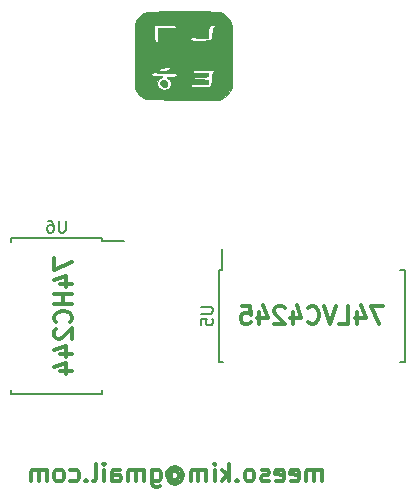
<source format=gbr>
G04 #@! TF.FileFunction,Legend,Bot*
%FSLAX46Y46*%
G04 Gerber Fmt 4.6, Leading zero omitted, Abs format (unit mm)*
G04 Created by KiCad (PCBNEW 4.0.7) date 11/14/18 02:16:29*
%MOMM*%
%LPD*%
G01*
G04 APERTURE LIST*
%ADD10C,0.100000*%
%ADD11C,0.300000*%
%ADD12C,0.150000*%
%ADD13C,0.010000*%
G04 APERTURE END LIST*
D10*
D11*
X162145714Y-104183571D02*
X162145714Y-103183571D01*
X162145714Y-103326429D02*
X162074286Y-103255000D01*
X161931428Y-103183571D01*
X161717143Y-103183571D01*
X161574286Y-103255000D01*
X161502857Y-103397857D01*
X161502857Y-104183571D01*
X161502857Y-103397857D02*
X161431428Y-103255000D01*
X161288571Y-103183571D01*
X161074286Y-103183571D01*
X160931428Y-103255000D01*
X160860000Y-103397857D01*
X160860000Y-104183571D01*
X159574286Y-104112143D02*
X159717143Y-104183571D01*
X160002857Y-104183571D01*
X160145714Y-104112143D01*
X160217143Y-103969286D01*
X160217143Y-103397857D01*
X160145714Y-103255000D01*
X160002857Y-103183571D01*
X159717143Y-103183571D01*
X159574286Y-103255000D01*
X159502857Y-103397857D01*
X159502857Y-103540714D01*
X160217143Y-103683571D01*
X158288572Y-104112143D02*
X158431429Y-104183571D01*
X158717143Y-104183571D01*
X158860000Y-104112143D01*
X158931429Y-103969286D01*
X158931429Y-103397857D01*
X158860000Y-103255000D01*
X158717143Y-103183571D01*
X158431429Y-103183571D01*
X158288572Y-103255000D01*
X158217143Y-103397857D01*
X158217143Y-103540714D01*
X158931429Y-103683571D01*
X157645715Y-104112143D02*
X157502858Y-104183571D01*
X157217143Y-104183571D01*
X157074286Y-104112143D01*
X157002858Y-103969286D01*
X157002858Y-103897857D01*
X157074286Y-103755000D01*
X157217143Y-103683571D01*
X157431429Y-103683571D01*
X157574286Y-103612143D01*
X157645715Y-103469286D01*
X157645715Y-103397857D01*
X157574286Y-103255000D01*
X157431429Y-103183571D01*
X157217143Y-103183571D01*
X157074286Y-103255000D01*
X156145714Y-104183571D02*
X156288572Y-104112143D01*
X156360000Y-104040714D01*
X156431429Y-103897857D01*
X156431429Y-103469286D01*
X156360000Y-103326429D01*
X156288572Y-103255000D01*
X156145714Y-103183571D01*
X155931429Y-103183571D01*
X155788572Y-103255000D01*
X155717143Y-103326429D01*
X155645714Y-103469286D01*
X155645714Y-103897857D01*
X155717143Y-104040714D01*
X155788572Y-104112143D01*
X155931429Y-104183571D01*
X156145714Y-104183571D01*
X155002857Y-104040714D02*
X154931429Y-104112143D01*
X155002857Y-104183571D01*
X155074286Y-104112143D01*
X155002857Y-104040714D01*
X155002857Y-104183571D01*
X154288571Y-104183571D02*
X154288571Y-102683571D01*
X154145714Y-103612143D02*
X153717143Y-104183571D01*
X153717143Y-103183571D02*
X154288571Y-103755000D01*
X153074285Y-104183571D02*
X153074285Y-103183571D01*
X153074285Y-102683571D02*
X153145714Y-102755000D01*
X153074285Y-102826429D01*
X153002857Y-102755000D01*
X153074285Y-102683571D01*
X153074285Y-102826429D01*
X152359999Y-104183571D02*
X152359999Y-103183571D01*
X152359999Y-103326429D02*
X152288571Y-103255000D01*
X152145713Y-103183571D01*
X151931428Y-103183571D01*
X151788571Y-103255000D01*
X151717142Y-103397857D01*
X151717142Y-104183571D01*
X151717142Y-103397857D02*
X151645713Y-103255000D01*
X151502856Y-103183571D01*
X151288571Y-103183571D01*
X151145713Y-103255000D01*
X151074285Y-103397857D01*
X151074285Y-104183571D01*
X149431428Y-103469286D02*
X149502856Y-103397857D01*
X149645713Y-103326429D01*
X149788571Y-103326429D01*
X149931428Y-103397857D01*
X150002856Y-103469286D01*
X150074285Y-103612143D01*
X150074285Y-103755000D01*
X150002856Y-103897857D01*
X149931428Y-103969286D01*
X149788571Y-104040714D01*
X149645713Y-104040714D01*
X149502856Y-103969286D01*
X149431428Y-103897857D01*
X149431428Y-103326429D02*
X149431428Y-103897857D01*
X149359999Y-103969286D01*
X149288571Y-103969286D01*
X149145713Y-103897857D01*
X149074285Y-103755000D01*
X149074285Y-103397857D01*
X149217142Y-103183571D01*
X149431428Y-103040714D01*
X149717142Y-102969286D01*
X150002856Y-103040714D01*
X150217142Y-103183571D01*
X150359999Y-103397857D01*
X150431428Y-103683571D01*
X150359999Y-103969286D01*
X150217142Y-104183571D01*
X150002856Y-104326429D01*
X149717142Y-104397857D01*
X149431428Y-104326429D01*
X149217142Y-104183571D01*
X147788571Y-103183571D02*
X147788571Y-104397857D01*
X147860000Y-104540714D01*
X147931428Y-104612143D01*
X148074285Y-104683571D01*
X148288571Y-104683571D01*
X148431428Y-104612143D01*
X147788571Y-104112143D02*
X147931428Y-104183571D01*
X148217142Y-104183571D01*
X148360000Y-104112143D01*
X148431428Y-104040714D01*
X148502857Y-103897857D01*
X148502857Y-103469286D01*
X148431428Y-103326429D01*
X148360000Y-103255000D01*
X148217142Y-103183571D01*
X147931428Y-103183571D01*
X147788571Y-103255000D01*
X147074285Y-104183571D02*
X147074285Y-103183571D01*
X147074285Y-103326429D02*
X147002857Y-103255000D01*
X146859999Y-103183571D01*
X146645714Y-103183571D01*
X146502857Y-103255000D01*
X146431428Y-103397857D01*
X146431428Y-104183571D01*
X146431428Y-103397857D02*
X146359999Y-103255000D01*
X146217142Y-103183571D01*
X146002857Y-103183571D01*
X145859999Y-103255000D01*
X145788571Y-103397857D01*
X145788571Y-104183571D01*
X144431428Y-104183571D02*
X144431428Y-103397857D01*
X144502857Y-103255000D01*
X144645714Y-103183571D01*
X144931428Y-103183571D01*
X145074285Y-103255000D01*
X144431428Y-104112143D02*
X144574285Y-104183571D01*
X144931428Y-104183571D01*
X145074285Y-104112143D01*
X145145714Y-103969286D01*
X145145714Y-103826429D01*
X145074285Y-103683571D01*
X144931428Y-103612143D01*
X144574285Y-103612143D01*
X144431428Y-103540714D01*
X143717142Y-104183571D02*
X143717142Y-103183571D01*
X143717142Y-102683571D02*
X143788571Y-102755000D01*
X143717142Y-102826429D01*
X143645714Y-102755000D01*
X143717142Y-102683571D01*
X143717142Y-102826429D01*
X142788570Y-104183571D02*
X142931428Y-104112143D01*
X143002856Y-103969286D01*
X143002856Y-102683571D01*
X142217142Y-104040714D02*
X142145714Y-104112143D01*
X142217142Y-104183571D01*
X142288571Y-104112143D01*
X142217142Y-104040714D01*
X142217142Y-104183571D01*
X140859999Y-104112143D02*
X141002856Y-104183571D01*
X141288570Y-104183571D01*
X141431428Y-104112143D01*
X141502856Y-104040714D01*
X141574285Y-103897857D01*
X141574285Y-103469286D01*
X141502856Y-103326429D01*
X141431428Y-103255000D01*
X141288570Y-103183571D01*
X141002856Y-103183571D01*
X140859999Y-103255000D01*
X140002856Y-104183571D02*
X140145714Y-104112143D01*
X140217142Y-104040714D01*
X140288571Y-103897857D01*
X140288571Y-103469286D01*
X140217142Y-103326429D01*
X140145714Y-103255000D01*
X140002856Y-103183571D01*
X139788571Y-103183571D01*
X139645714Y-103255000D01*
X139574285Y-103326429D01*
X139502856Y-103469286D01*
X139502856Y-103897857D01*
X139574285Y-104040714D01*
X139645714Y-104112143D01*
X139788571Y-104183571D01*
X140002856Y-104183571D01*
X138859999Y-104183571D02*
X138859999Y-103183571D01*
X138859999Y-103326429D02*
X138788571Y-103255000D01*
X138645713Y-103183571D01*
X138431428Y-103183571D01*
X138288571Y-103255000D01*
X138217142Y-103397857D01*
X138217142Y-104183571D01*
X138217142Y-103397857D02*
X138145713Y-103255000D01*
X138002856Y-103183571D01*
X137788571Y-103183571D01*
X137645713Y-103255000D01*
X137574285Y-103397857D01*
X137574285Y-104183571D01*
X167361427Y-89348571D02*
X166361427Y-89348571D01*
X167004284Y-90848571D01*
X165147142Y-89848571D02*
X165147142Y-90848571D01*
X165504285Y-89277143D02*
X165861428Y-90348571D01*
X164932856Y-90348571D01*
X163647142Y-90848571D02*
X164361428Y-90848571D01*
X164361428Y-89348571D01*
X163361428Y-89348571D02*
X162861428Y-90848571D01*
X162361428Y-89348571D01*
X161004285Y-90705714D02*
X161075714Y-90777143D01*
X161290000Y-90848571D01*
X161432857Y-90848571D01*
X161647142Y-90777143D01*
X161790000Y-90634286D01*
X161861428Y-90491429D01*
X161932857Y-90205714D01*
X161932857Y-89991429D01*
X161861428Y-89705714D01*
X161790000Y-89562857D01*
X161647142Y-89420000D01*
X161432857Y-89348571D01*
X161290000Y-89348571D01*
X161075714Y-89420000D01*
X161004285Y-89491429D01*
X159718571Y-89848571D02*
X159718571Y-90848571D01*
X160075714Y-89277143D02*
X160432857Y-90348571D01*
X159504285Y-90348571D01*
X159004286Y-89491429D02*
X158932857Y-89420000D01*
X158790000Y-89348571D01*
X158432857Y-89348571D01*
X158290000Y-89420000D01*
X158218571Y-89491429D01*
X158147143Y-89634286D01*
X158147143Y-89777143D01*
X158218571Y-89991429D01*
X159075714Y-90848571D01*
X158147143Y-90848571D01*
X156861429Y-89848571D02*
X156861429Y-90848571D01*
X157218572Y-89277143D02*
X157575715Y-90348571D01*
X156647143Y-90348571D01*
X155361429Y-89348571D02*
X156075715Y-89348571D01*
X156147144Y-90062857D01*
X156075715Y-89991429D01*
X155932858Y-89920000D01*
X155575715Y-89920000D01*
X155432858Y-89991429D01*
X155361429Y-90062857D01*
X155290001Y-90205714D01*
X155290001Y-90562857D01*
X155361429Y-90705714D01*
X155432858Y-90777143D01*
X155575715Y-90848571D01*
X155932858Y-90848571D01*
X156075715Y-90777143D01*
X156147144Y-90705714D01*
X139513571Y-85277144D02*
X139513571Y-86277144D01*
X141013571Y-85634287D01*
X140013571Y-87491429D02*
X141013571Y-87491429D01*
X139442143Y-87134286D02*
X140513571Y-86777143D01*
X140513571Y-87705715D01*
X141013571Y-88277143D02*
X139513571Y-88277143D01*
X140227857Y-88277143D02*
X140227857Y-89134286D01*
X141013571Y-89134286D02*
X139513571Y-89134286D01*
X140870714Y-90705715D02*
X140942143Y-90634286D01*
X141013571Y-90420000D01*
X141013571Y-90277143D01*
X140942143Y-90062858D01*
X140799286Y-89920000D01*
X140656429Y-89848572D01*
X140370714Y-89777143D01*
X140156429Y-89777143D01*
X139870714Y-89848572D01*
X139727857Y-89920000D01*
X139585000Y-90062858D01*
X139513571Y-90277143D01*
X139513571Y-90420000D01*
X139585000Y-90634286D01*
X139656429Y-90705715D01*
X139656429Y-91277143D02*
X139585000Y-91348572D01*
X139513571Y-91491429D01*
X139513571Y-91848572D01*
X139585000Y-91991429D01*
X139656429Y-92062858D01*
X139799286Y-92134286D01*
X139942143Y-92134286D01*
X140156429Y-92062858D01*
X141013571Y-91205715D01*
X141013571Y-92134286D01*
X140013571Y-93420000D02*
X141013571Y-93420000D01*
X139442143Y-93062857D02*
X140513571Y-92705714D01*
X140513571Y-93634286D01*
X140013571Y-94848571D02*
X141013571Y-94848571D01*
X139442143Y-94491428D02*
X140513571Y-94134285D01*
X140513571Y-95062857D01*
D12*
X153415000Y-86295000D02*
X153690000Y-86295000D01*
X153415000Y-94045000D02*
X153780000Y-94045000D01*
X169165000Y-94045000D02*
X168800000Y-94045000D01*
X169165000Y-86295000D02*
X168800000Y-86295000D01*
X153415000Y-86295000D02*
X153415000Y-94045000D01*
X169165000Y-86295000D02*
X169165000Y-94045000D01*
X153690000Y-86295000D02*
X153690000Y-84470000D01*
X143575000Y-83595000D02*
X143575000Y-83845000D01*
X135825000Y-83595000D02*
X135825000Y-83930000D01*
X135825000Y-96745000D02*
X135825000Y-96410000D01*
X143575000Y-96745000D02*
X143575000Y-96410000D01*
X143575000Y-83595000D02*
X135825000Y-83595000D01*
X143575000Y-96745000D02*
X135825000Y-96745000D01*
X143575000Y-83845000D02*
X145375000Y-83845000D01*
D13*
G36*
X149701190Y-64391863D02*
X149086422Y-64392992D01*
X148575740Y-64396537D01*
X148157687Y-64403860D01*
X147820807Y-64416322D01*
X147553643Y-64435284D01*
X147344737Y-64462106D01*
X147182634Y-64498150D01*
X147055876Y-64544777D01*
X146953006Y-64603349D01*
X146862568Y-64675225D01*
X146773106Y-64761769D01*
X146701939Y-64834876D01*
X146608444Y-64933284D01*
X146530674Y-65027278D01*
X146467268Y-65128992D01*
X146416866Y-65250563D01*
X146378107Y-65404125D01*
X146349630Y-65601815D01*
X146330074Y-65855767D01*
X146318079Y-66178117D01*
X146312284Y-66581001D01*
X146311328Y-67076553D01*
X146313850Y-67676910D01*
X146317604Y-68262500D01*
X146335750Y-70961250D01*
X146515453Y-71226047D01*
X146686358Y-71431350D01*
X146895301Y-71622951D01*
X146959953Y-71670547D01*
X147224750Y-71850250D01*
X150341599Y-71867836D01*
X153458447Y-71885422D01*
X153801368Y-71706278D01*
X154081847Y-71522580D01*
X154289775Y-71288201D01*
X154335770Y-71217521D01*
X154527250Y-70907909D01*
X154538225Y-69420551D01*
X153091711Y-69420551D01*
X153064951Y-69472969D01*
X152971500Y-69532500D01*
X152906777Y-69582829D01*
X152868419Y-69667690D01*
X152849868Y-69816490D01*
X152844560Y-70058632D01*
X152844500Y-70101698D01*
X152840694Y-70369946D01*
X152816698Y-70559177D01*
X152753649Y-70683176D01*
X152632685Y-70755726D01*
X152434940Y-70790613D01*
X152141551Y-70801620D01*
X151885472Y-70802500D01*
X151553667Y-70799828D01*
X151328248Y-70790131D01*
X151188680Y-70770884D01*
X151114431Y-70739563D01*
X151088413Y-70704511D01*
X151075860Y-70598265D01*
X151090069Y-70567264D01*
X151165849Y-70552576D01*
X151341003Y-70542960D01*
X151587971Y-70539373D01*
X151828164Y-70541667D01*
X152527000Y-70555328D01*
X152527000Y-70172265D01*
X151940351Y-70154007D01*
X151659099Y-70141993D01*
X151481049Y-70123787D01*
X151382411Y-70094325D01*
X151339391Y-70048543D01*
X151332445Y-70024625D01*
X151334689Y-69972998D01*
X151380096Y-69940277D01*
X151490829Y-69922263D01*
X151689050Y-69914758D01*
X151919094Y-69913500D01*
X152199848Y-69912419D01*
X152377300Y-69905050D01*
X152475147Y-69885205D01*
X152517088Y-69846696D01*
X152526819Y-69783334D01*
X152527000Y-69754750D01*
X152526611Y-69747489D01*
X149902588Y-69747489D01*
X149805390Y-69855570D01*
X149686239Y-69922351D01*
X149523659Y-69946818D01*
X149303161Y-69938187D01*
X149105697Y-69925449D01*
X149017027Y-69931339D01*
X149019822Y-69959598D01*
X149060678Y-69990525D01*
X149288651Y-70191988D01*
X149407964Y-70407403D01*
X149414617Y-70620609D01*
X149304610Y-70815444D01*
X149272625Y-70846848D01*
X149045140Y-71004406D01*
X148814358Y-71049003D01*
X148546028Y-70986083D01*
X148503650Y-70969060D01*
X148298277Y-70827992D01*
X148192589Y-70637261D01*
X148186327Y-70425567D01*
X148279230Y-70221606D01*
X148471041Y-70054077D01*
X148512111Y-70031960D01*
X148631781Y-69956028D01*
X148638287Y-69901908D01*
X148527916Y-69867768D01*
X148296959Y-69851772D01*
X148144055Y-69850000D01*
X147882350Y-69832623D01*
X147742079Y-69780643D01*
X147723587Y-69694286D01*
X147782186Y-69614600D01*
X147840183Y-69572876D01*
X147926756Y-69551627D01*
X148067205Y-69550303D01*
X148286833Y-69568359D01*
X148550037Y-69597985D01*
X148868518Y-69628436D01*
X149177402Y-69645429D01*
X149431943Y-69647066D01*
X149539069Y-69639993D01*
X149767436Y-69631547D01*
X149890628Y-69669014D01*
X149902588Y-69747489D01*
X152526611Y-69747489D01*
X152523136Y-69682707D01*
X152496085Y-69636619D01*
X152422659Y-69610686D01*
X152279673Y-69599114D01*
X152043940Y-69596105D01*
X151892000Y-69596000D01*
X151602988Y-69594256D01*
X151417974Y-69585962D01*
X151313971Y-69566520D01*
X151267993Y-69531332D01*
X151257052Y-69475801D01*
X151257000Y-69469000D01*
X151263413Y-69419483D01*
X151295439Y-69384838D01*
X151372261Y-69362418D01*
X151513064Y-69349576D01*
X151737030Y-69343667D01*
X152063344Y-69342046D01*
X152177750Y-69342000D01*
X152575855Y-69345921D01*
X152855396Y-69359003D01*
X153024604Y-69383221D01*
X153091711Y-69420551D01*
X154538225Y-69420551D01*
X154539979Y-69182741D01*
X149289537Y-69182741D01*
X149238641Y-69287358D01*
X149147371Y-69370149D01*
X148973268Y-69440355D01*
X148753100Y-69466373D01*
X148550186Y-69444392D01*
X148469622Y-69410936D01*
X148396211Y-69322094D01*
X148430376Y-69236797D01*
X148553574Y-69173521D01*
X148730883Y-69150632D01*
X148938593Y-69141117D01*
X149114439Y-69118586D01*
X149145625Y-69111476D01*
X149258463Y-69113841D01*
X149289537Y-69182741D01*
X154539979Y-69182741D01*
X154546733Y-68267579D01*
X154550782Y-67499761D01*
X154550626Y-66855351D01*
X154546204Y-66330822D01*
X154537453Y-65922650D01*
X154524309Y-65627309D01*
X154521964Y-65602517D01*
X153157275Y-65602517D01*
X153107452Y-65677774D01*
X153042260Y-65718615D01*
X152973993Y-65781757D01*
X152931175Y-65901058D01*
X152905360Y-66105883D01*
X152897749Y-66221060D01*
X152880837Y-66462505D01*
X152849042Y-66634569D01*
X152783300Y-66749003D01*
X152664550Y-66817561D01*
X152473729Y-66851995D01*
X152191775Y-66864057D01*
X151852475Y-66865500D01*
X151509461Y-66864359D01*
X151273546Y-66859033D01*
X151124839Y-66846667D01*
X151043446Y-66824403D01*
X151009474Y-66789387D01*
X151003000Y-66743545D01*
X151057892Y-66639655D01*
X151197458Y-66579383D01*
X151384036Y-66572246D01*
X151535853Y-66608877D01*
X151692350Y-66644196D01*
X151920357Y-66668187D01*
X152118384Y-66675000D01*
X152527000Y-66675000D01*
X152527000Y-66226325D01*
X152536882Y-65917170D01*
X152574026Y-65713621D01*
X152649682Y-65595297D01*
X152651914Y-65594345D01*
X149923500Y-65594345D01*
X149903482Y-65632776D01*
X149811952Y-65718961D01*
X149801943Y-65727363D01*
X149723741Y-65783476D01*
X149634181Y-65817560D01*
X149505635Y-65832376D01*
X149310475Y-65830686D01*
X149021072Y-65815252D01*
X148960568Y-65811463D01*
X148272500Y-65767924D01*
X148272500Y-66411962D01*
X148269525Y-66709696D01*
X148258490Y-66901555D01*
X148236234Y-67008566D01*
X148199596Y-67051759D01*
X148175679Y-67056000D01*
X148084055Y-67002827D01*
X148016929Y-66893116D01*
X147989162Y-66757551D01*
X147967835Y-66534399D01*
X147956208Y-66263031D01*
X147955000Y-66144911D01*
X147955000Y-65559590D01*
X148923375Y-65574278D01*
X149260892Y-65579702D01*
X149551448Y-65584950D01*
X149772315Y-65589565D01*
X149900764Y-65593091D01*
X149923500Y-65594345D01*
X152651914Y-65594345D01*
X152775098Y-65541817D01*
X152910235Y-65532000D01*
X153089509Y-65551061D01*
X153157275Y-65602517D01*
X154521964Y-65602517D01*
X154506709Y-65441273D01*
X154495376Y-65385177D01*
X154370126Y-65124108D01*
X154163040Y-64859938D01*
X153911324Y-64633813D01*
X153701750Y-64507469D01*
X153635043Y-64480567D01*
X153555850Y-64458166D01*
X153452640Y-64439858D01*
X153313884Y-64425235D01*
X153128049Y-64413889D01*
X152883607Y-64405412D01*
X152569026Y-64399396D01*
X152172775Y-64395434D01*
X151683324Y-64393118D01*
X151089143Y-64392039D01*
X150431500Y-64391789D01*
X149701190Y-64391863D01*
X149701190Y-64391863D01*
G37*
X149701190Y-64391863D02*
X149086422Y-64392992D01*
X148575740Y-64396537D01*
X148157687Y-64403860D01*
X147820807Y-64416322D01*
X147553643Y-64435284D01*
X147344737Y-64462106D01*
X147182634Y-64498150D01*
X147055876Y-64544777D01*
X146953006Y-64603349D01*
X146862568Y-64675225D01*
X146773106Y-64761769D01*
X146701939Y-64834876D01*
X146608444Y-64933284D01*
X146530674Y-65027278D01*
X146467268Y-65128992D01*
X146416866Y-65250563D01*
X146378107Y-65404125D01*
X146349630Y-65601815D01*
X146330074Y-65855767D01*
X146318079Y-66178117D01*
X146312284Y-66581001D01*
X146311328Y-67076553D01*
X146313850Y-67676910D01*
X146317604Y-68262500D01*
X146335750Y-70961250D01*
X146515453Y-71226047D01*
X146686358Y-71431350D01*
X146895301Y-71622951D01*
X146959953Y-71670547D01*
X147224750Y-71850250D01*
X150341599Y-71867836D01*
X153458447Y-71885422D01*
X153801368Y-71706278D01*
X154081847Y-71522580D01*
X154289775Y-71288201D01*
X154335770Y-71217521D01*
X154527250Y-70907909D01*
X154538225Y-69420551D01*
X153091711Y-69420551D01*
X153064951Y-69472969D01*
X152971500Y-69532500D01*
X152906777Y-69582829D01*
X152868419Y-69667690D01*
X152849868Y-69816490D01*
X152844560Y-70058632D01*
X152844500Y-70101698D01*
X152840694Y-70369946D01*
X152816698Y-70559177D01*
X152753649Y-70683176D01*
X152632685Y-70755726D01*
X152434940Y-70790613D01*
X152141551Y-70801620D01*
X151885472Y-70802500D01*
X151553667Y-70799828D01*
X151328248Y-70790131D01*
X151188680Y-70770884D01*
X151114431Y-70739563D01*
X151088413Y-70704511D01*
X151075860Y-70598265D01*
X151090069Y-70567264D01*
X151165849Y-70552576D01*
X151341003Y-70542960D01*
X151587971Y-70539373D01*
X151828164Y-70541667D01*
X152527000Y-70555328D01*
X152527000Y-70172265D01*
X151940351Y-70154007D01*
X151659099Y-70141993D01*
X151481049Y-70123787D01*
X151382411Y-70094325D01*
X151339391Y-70048543D01*
X151332445Y-70024625D01*
X151334689Y-69972998D01*
X151380096Y-69940277D01*
X151490829Y-69922263D01*
X151689050Y-69914758D01*
X151919094Y-69913500D01*
X152199848Y-69912419D01*
X152377300Y-69905050D01*
X152475147Y-69885205D01*
X152517088Y-69846696D01*
X152526819Y-69783334D01*
X152527000Y-69754750D01*
X152526611Y-69747489D01*
X149902588Y-69747489D01*
X149805390Y-69855570D01*
X149686239Y-69922351D01*
X149523659Y-69946818D01*
X149303161Y-69938187D01*
X149105697Y-69925449D01*
X149017027Y-69931339D01*
X149019822Y-69959598D01*
X149060678Y-69990525D01*
X149288651Y-70191988D01*
X149407964Y-70407403D01*
X149414617Y-70620609D01*
X149304610Y-70815444D01*
X149272625Y-70846848D01*
X149045140Y-71004406D01*
X148814358Y-71049003D01*
X148546028Y-70986083D01*
X148503650Y-70969060D01*
X148298277Y-70827992D01*
X148192589Y-70637261D01*
X148186327Y-70425567D01*
X148279230Y-70221606D01*
X148471041Y-70054077D01*
X148512111Y-70031960D01*
X148631781Y-69956028D01*
X148638287Y-69901908D01*
X148527916Y-69867768D01*
X148296959Y-69851772D01*
X148144055Y-69850000D01*
X147882350Y-69832623D01*
X147742079Y-69780643D01*
X147723587Y-69694286D01*
X147782186Y-69614600D01*
X147840183Y-69572876D01*
X147926756Y-69551627D01*
X148067205Y-69550303D01*
X148286833Y-69568359D01*
X148550037Y-69597985D01*
X148868518Y-69628436D01*
X149177402Y-69645429D01*
X149431943Y-69647066D01*
X149539069Y-69639993D01*
X149767436Y-69631547D01*
X149890628Y-69669014D01*
X149902588Y-69747489D01*
X152526611Y-69747489D01*
X152523136Y-69682707D01*
X152496085Y-69636619D01*
X152422659Y-69610686D01*
X152279673Y-69599114D01*
X152043940Y-69596105D01*
X151892000Y-69596000D01*
X151602988Y-69594256D01*
X151417974Y-69585962D01*
X151313971Y-69566520D01*
X151267993Y-69531332D01*
X151257052Y-69475801D01*
X151257000Y-69469000D01*
X151263413Y-69419483D01*
X151295439Y-69384838D01*
X151372261Y-69362418D01*
X151513064Y-69349576D01*
X151737030Y-69343667D01*
X152063344Y-69342046D01*
X152177750Y-69342000D01*
X152575855Y-69345921D01*
X152855396Y-69359003D01*
X153024604Y-69383221D01*
X153091711Y-69420551D01*
X154538225Y-69420551D01*
X154539979Y-69182741D01*
X149289537Y-69182741D01*
X149238641Y-69287358D01*
X149147371Y-69370149D01*
X148973268Y-69440355D01*
X148753100Y-69466373D01*
X148550186Y-69444392D01*
X148469622Y-69410936D01*
X148396211Y-69322094D01*
X148430376Y-69236797D01*
X148553574Y-69173521D01*
X148730883Y-69150632D01*
X148938593Y-69141117D01*
X149114439Y-69118586D01*
X149145625Y-69111476D01*
X149258463Y-69113841D01*
X149289537Y-69182741D01*
X154539979Y-69182741D01*
X154546733Y-68267579D01*
X154550782Y-67499761D01*
X154550626Y-66855351D01*
X154546204Y-66330822D01*
X154537453Y-65922650D01*
X154524309Y-65627309D01*
X154521964Y-65602517D01*
X153157275Y-65602517D01*
X153107452Y-65677774D01*
X153042260Y-65718615D01*
X152973993Y-65781757D01*
X152931175Y-65901058D01*
X152905360Y-66105883D01*
X152897749Y-66221060D01*
X152880837Y-66462505D01*
X152849042Y-66634569D01*
X152783300Y-66749003D01*
X152664550Y-66817561D01*
X152473729Y-66851995D01*
X152191775Y-66864057D01*
X151852475Y-66865500D01*
X151509461Y-66864359D01*
X151273546Y-66859033D01*
X151124839Y-66846667D01*
X151043446Y-66824403D01*
X151009474Y-66789387D01*
X151003000Y-66743545D01*
X151057892Y-66639655D01*
X151197458Y-66579383D01*
X151384036Y-66572246D01*
X151535853Y-66608877D01*
X151692350Y-66644196D01*
X151920357Y-66668187D01*
X152118384Y-66675000D01*
X152527000Y-66675000D01*
X152527000Y-66226325D01*
X152536882Y-65917170D01*
X152574026Y-65713621D01*
X152649682Y-65595297D01*
X152651914Y-65594345D01*
X149923500Y-65594345D01*
X149903482Y-65632776D01*
X149811952Y-65718961D01*
X149801943Y-65727363D01*
X149723741Y-65783476D01*
X149634181Y-65817560D01*
X149505635Y-65832376D01*
X149310475Y-65830686D01*
X149021072Y-65815252D01*
X148960568Y-65811463D01*
X148272500Y-65767924D01*
X148272500Y-66411962D01*
X148269525Y-66709696D01*
X148258490Y-66901555D01*
X148236234Y-67008566D01*
X148199596Y-67051759D01*
X148175679Y-67056000D01*
X148084055Y-67002827D01*
X148016929Y-66893116D01*
X147989162Y-66757551D01*
X147967835Y-66534399D01*
X147956208Y-66263031D01*
X147955000Y-66144911D01*
X147955000Y-65559590D01*
X148923375Y-65574278D01*
X149260892Y-65579702D01*
X149551448Y-65584950D01*
X149772315Y-65589565D01*
X149900764Y-65593091D01*
X149923500Y-65594345D01*
X152651914Y-65594345D01*
X152775098Y-65541817D01*
X152910235Y-65532000D01*
X153089509Y-65551061D01*
X153157275Y-65602517D01*
X154521964Y-65602517D01*
X154506709Y-65441273D01*
X154495376Y-65385177D01*
X154370126Y-65124108D01*
X154163040Y-64859938D01*
X153911324Y-64633813D01*
X153701750Y-64507469D01*
X153635043Y-64480567D01*
X153555850Y-64458166D01*
X153452640Y-64439858D01*
X153313884Y-64425235D01*
X153128049Y-64413889D01*
X152883607Y-64405412D01*
X152569026Y-64399396D01*
X152172775Y-64395434D01*
X151683324Y-64393118D01*
X151089143Y-64392039D01*
X150431500Y-64391789D01*
X149701190Y-64391863D01*
G36*
X148703136Y-70209393D02*
X148579085Y-70306142D01*
X148484877Y-70414345D01*
X148463000Y-70470870D01*
X148496065Y-70554847D01*
X148561851Y-70661370D01*
X148702555Y-70773639D01*
X148873808Y-70797303D01*
X149021800Y-70726300D01*
X149090502Y-70582056D01*
X149075177Y-70412107D01*
X148993007Y-70261298D01*
X148861171Y-70174475D01*
X148807715Y-70167500D01*
X148703136Y-70209393D01*
X148703136Y-70209393D01*
G37*
X148703136Y-70209393D02*
X148579085Y-70306142D01*
X148484877Y-70414345D01*
X148463000Y-70470870D01*
X148496065Y-70554847D01*
X148561851Y-70661370D01*
X148702555Y-70773639D01*
X148873808Y-70797303D01*
X149021800Y-70726300D01*
X149090502Y-70582056D01*
X149075177Y-70412107D01*
X148993007Y-70261298D01*
X148861171Y-70174475D01*
X148807715Y-70167500D01*
X148703136Y-70209393D01*
D12*
X151942381Y-89408095D02*
X152751905Y-89408095D01*
X152847143Y-89455714D01*
X152894762Y-89503333D01*
X152942381Y-89598571D01*
X152942381Y-89789048D01*
X152894762Y-89884286D01*
X152847143Y-89931905D01*
X152751905Y-89979524D01*
X151942381Y-89979524D01*
X151942381Y-90931905D02*
X151942381Y-90455714D01*
X152418571Y-90408095D01*
X152370952Y-90455714D01*
X152323333Y-90550952D01*
X152323333Y-90789048D01*
X152370952Y-90884286D01*
X152418571Y-90931905D01*
X152513810Y-90979524D01*
X152751905Y-90979524D01*
X152847143Y-90931905D01*
X152894762Y-90884286D01*
X152942381Y-90789048D01*
X152942381Y-90550952D01*
X152894762Y-90455714D01*
X152847143Y-90408095D01*
X140461905Y-82122381D02*
X140461905Y-82931905D01*
X140414286Y-83027143D01*
X140366667Y-83074762D01*
X140271429Y-83122381D01*
X140080952Y-83122381D01*
X139985714Y-83074762D01*
X139938095Y-83027143D01*
X139890476Y-82931905D01*
X139890476Y-82122381D01*
X138985714Y-82122381D02*
X139176191Y-82122381D01*
X139271429Y-82170000D01*
X139319048Y-82217619D01*
X139414286Y-82360476D01*
X139461905Y-82550952D01*
X139461905Y-82931905D01*
X139414286Y-83027143D01*
X139366667Y-83074762D01*
X139271429Y-83122381D01*
X139080952Y-83122381D01*
X138985714Y-83074762D01*
X138938095Y-83027143D01*
X138890476Y-82931905D01*
X138890476Y-82693810D01*
X138938095Y-82598571D01*
X138985714Y-82550952D01*
X139080952Y-82503333D01*
X139271429Y-82503333D01*
X139366667Y-82550952D01*
X139414286Y-82598571D01*
X139461905Y-82693810D01*
M02*

</source>
